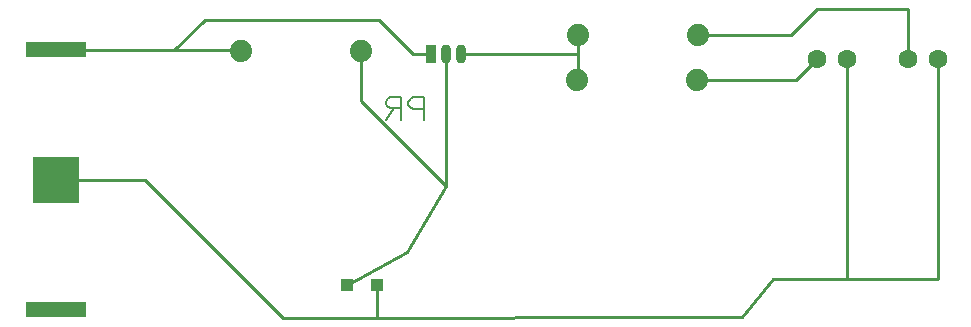
<source format=gbl>
G04 Layer: BottomLayer*
G04 EasyEDA v6.5.50, 2025-07-03 15:13:51*
G04 8d76fbbc2b194bbaa74efcbd6b1309bf,9a905054fedc498b9ef7db2e0bce7d6d,10*
G04 Gerber Generator version 0.2*
G04 Scale: 100 percent, Rotated: No, Reflected: No *
G04 Dimensions in millimeters *
G04 leading zeros omitted , absolute positions ,4 integer and 5 decimal *
%FSLAX45Y45*%
%MOMM*%

%AMMACRO1*21,1,$1,$2,0,0,$3*%
%AMMACRO2*4,1,4,-2.54,0.635,-2.54,-0.635,2.54,-0.635,2.54,0.635,-2.54,0.635,0*%
%ADD10C,0.2032*%
%ADD11C,0.2540*%
%ADD12MACRO1,3.9601X3.9601X-90.0000*%
%ADD13MACRO2*%
%ADD14C,1.8796*%
%ADD15O,0.8999982X1.5999968*%
%ADD16MACRO1,0.9X1.6X0.0000*%
%ADD17MACRO1,1.035X1.0325X0.0000*%
%ADD18C,1.6000*%
%ADD19C,0.0139*%

%LPD*%
D10*
X4660900Y8980746D02*
G01*
X4660900Y8786784D01*
X4660900Y8980746D02*
G01*
X4577773Y8980746D01*
X4550064Y8971511D01*
X4540826Y8962275D01*
X4531591Y8943802D01*
X4531591Y8916093D01*
X4540826Y8897620D01*
X4550064Y8888384D01*
X4577773Y8879146D01*
X4660900Y8879146D01*
X4470631Y8980746D02*
G01*
X4470631Y8786784D01*
X4470631Y8980746D02*
G01*
X4387504Y8980746D01*
X4359795Y8971511D01*
X4350557Y8962275D01*
X4341322Y8943802D01*
X4341322Y8925328D01*
X4350557Y8906855D01*
X4359795Y8897620D01*
X4387504Y8888384D01*
X4470631Y8888384D01*
X4405975Y8888384D02*
G01*
X4341322Y8786784D01*
D11*
X9017000Y7835900D02*
G01*
X9017000Y8534400D01*
X7988300Y9728200D02*
G01*
X8763000Y9728200D01*
X8763000Y9309100D01*
X6985000Y9512300D02*
G01*
X7772400Y9512300D01*
X7988300Y9728200D01*
X6972300Y9131300D02*
G01*
X7810500Y9131300D01*
X7988300Y9309100D01*
X4127500Y9372600D02*
G01*
X4127500Y8953474D01*
X4851400Y8229574D01*
X1548866Y9378899D02*
G01*
X3105200Y9378899D01*
X3111500Y9372600D01*
X8242300Y7835900D02*
G01*
X8242300Y7442200D01*
X8242300Y9309100D02*
G01*
X8242300Y8534400D01*
X8242300Y7835900D02*
G01*
X8242300Y8534400D01*
X4267200Y7391400D02*
G01*
X4267200Y7115302D01*
X9017000Y9309100D02*
G01*
X9017000Y8534400D01*
X4013200Y7391400D02*
G01*
X4521200Y7670800D01*
X4851400Y8229600D01*
X4851400Y9347200D01*
X1548866Y8280400D02*
G01*
X2300706Y8280400D01*
X3465804Y7115302D01*
X7353300Y7124700D01*
X7620000Y7442200D01*
X9017000Y7442200D01*
X9017000Y7835900D01*
X2535232Y9378899D02*
G01*
X2546299Y9378899D01*
X2806700Y9639300D01*
X4279900Y9639300D01*
X4572000Y9347200D01*
X4724400Y9347200D01*
X4978400Y9347200D02*
G01*
X5969000Y9347200D01*
X5969000Y9512300D01*
X5969000Y9347200D02*
G01*
X5969000Y9144000D01*
X5956300Y9131300D01*
D12*
G01*
X1548866Y8280400D03*
D13*
G01*
X1548866Y7181926D03*
G01*
X1548866Y9378899D03*
D14*
G01*
X6972300Y9131300D03*
G01*
X5956300Y9131300D03*
G01*
X4127500Y9372600D03*
G01*
X3111500Y9372600D03*
D15*
G01*
X4978400Y9347200D03*
G01*
X4851400Y9347200D03*
D16*
G01*
X4724401Y9347200D03*
D17*
G01*
X4013212Y7391412D03*
G01*
X4267212Y7391412D03*
D14*
G01*
X6985000Y9512300D03*
G01*
X5969000Y9512300D03*
D18*
G01*
X8763000Y9309100D03*
G01*
X9017000Y9309100D03*
G01*
X7988300Y9309100D03*
G01*
X8242300Y9309100D03*
M02*

</source>
